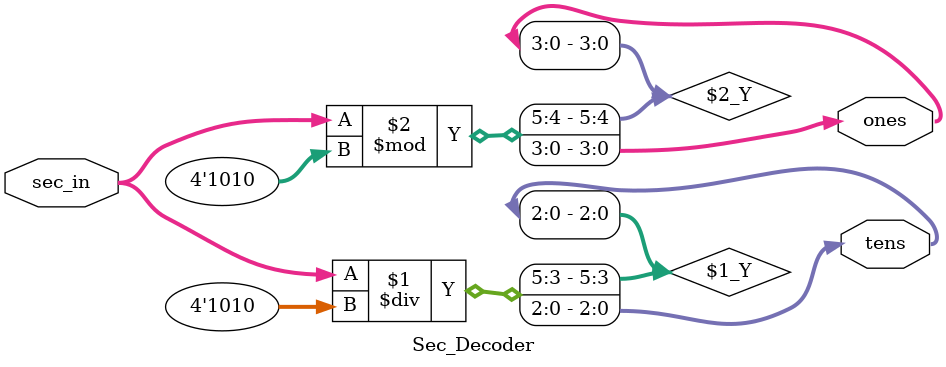
<source format=sv>
module Sec_Decoder (sec_in, tens, ones);
	
	input logic [5:0] sec_in;
	output logic [2:0] tens;
	output logic [3:0] ones;
	
	assign tens = sec_in / 4'd10;
	assign ones = sec_in % 4'd10;
	
endmodule 
</source>
